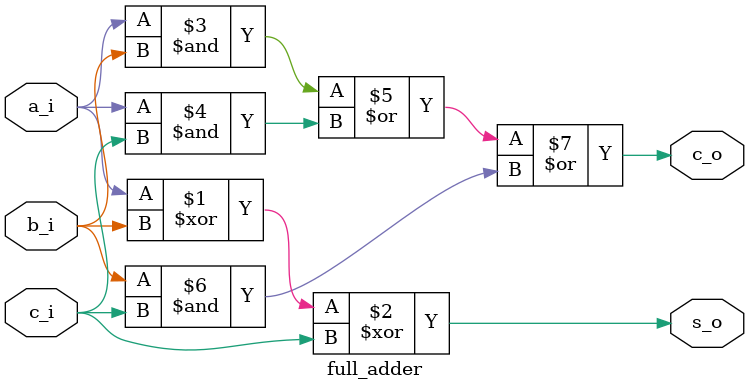
<source format=sv>
module full_adder(
	input logic a_i,
	input logic b_i,
	input logic c_i,
	output logic s_o,
	output logic c_o
	);

	assign s_o = a_i ^ b_i ^ c_i;
	assign c_o = (a_i & b_i) | (a_i & c_i) | (b_i & c_i);
	
endmodule

</source>
